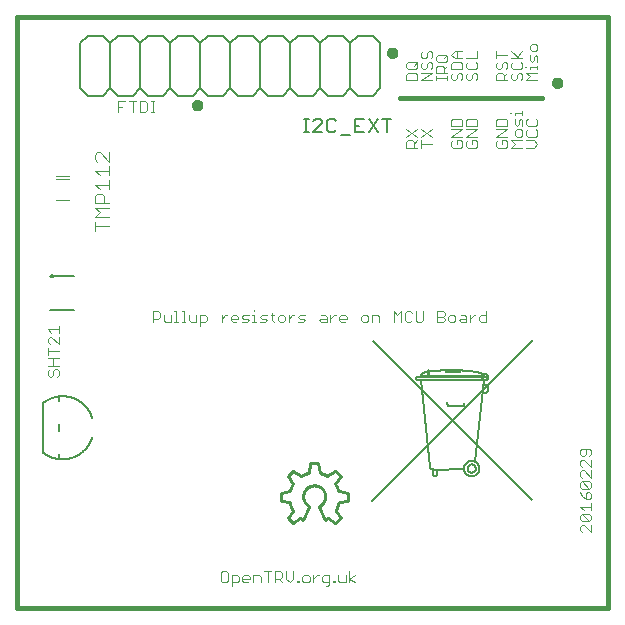
<source format=gto>
G75*
%MOIN*%
%OFA0B0*%
%FSLAX25Y25*%
%IPPOS*%
%LPD*%
%AMOC8*
5,1,8,0,0,1.08239X$1,22.5*
%
%ADD10C,0.00300*%
%ADD11C,0.01600*%
%ADD12C,0.00787*%
%ADD13C,0.01000*%
%ADD14C,0.00600*%
%ADD15C,0.00500*%
%ADD16C,0.00400*%
D10*
X0069590Y0010842D02*
X0070197Y0010236D01*
X0071410Y0010236D01*
X0072017Y0010842D01*
X0072017Y0013269D01*
X0071410Y0013876D01*
X0070197Y0013876D01*
X0069590Y0013269D01*
X0069590Y0010842D01*
X0073215Y0010236D02*
X0075035Y0010236D01*
X0075642Y0010842D01*
X0075642Y0012056D01*
X0075035Y0012662D01*
X0073215Y0012662D01*
X0073215Y0009022D01*
X0076840Y0010842D02*
X0076840Y0012056D01*
X0077447Y0012662D01*
X0078660Y0012662D01*
X0079267Y0012056D01*
X0079267Y0011449D01*
X0076840Y0011449D01*
X0076840Y0010842D02*
X0077447Y0010236D01*
X0078660Y0010236D01*
X0080465Y0010236D02*
X0080465Y0012662D01*
X0082286Y0012662D01*
X0082892Y0012056D01*
X0082892Y0010236D01*
X0085304Y0010236D02*
X0085304Y0013876D01*
X0084091Y0013876D02*
X0086517Y0013876D01*
X0087716Y0013876D02*
X0089536Y0013876D01*
X0090142Y0013269D01*
X0090142Y0012056D01*
X0089536Y0011449D01*
X0087716Y0011449D01*
X0088929Y0011449D02*
X0090142Y0010236D01*
X0091341Y0011449D02*
X0091341Y0013876D01*
X0093768Y0013876D02*
X0093768Y0011449D01*
X0092554Y0010236D01*
X0091341Y0011449D01*
X0094966Y0010842D02*
X0095573Y0010842D01*
X0095573Y0010236D01*
X0094966Y0010236D01*
X0094966Y0010842D01*
X0096779Y0010842D02*
X0096779Y0012056D01*
X0097385Y0012662D01*
X0098599Y0012662D01*
X0099205Y0012056D01*
X0099205Y0010842D01*
X0098599Y0010236D01*
X0097385Y0010236D01*
X0096779Y0010842D01*
X0100404Y0010236D02*
X0100404Y0012662D01*
X0101617Y0012662D02*
X0102224Y0012662D01*
X0101617Y0012662D02*
X0100404Y0011449D01*
X0103425Y0012056D02*
X0103425Y0010842D01*
X0104031Y0010236D01*
X0105851Y0010236D01*
X0105851Y0009629D02*
X0105851Y0012662D01*
X0104031Y0012662D01*
X0103425Y0012056D01*
X0104638Y0009022D02*
X0105245Y0009022D01*
X0105851Y0009629D01*
X0107050Y0010236D02*
X0107656Y0010236D01*
X0107656Y0010842D01*
X0107050Y0010842D01*
X0107050Y0010236D01*
X0108862Y0010842D02*
X0108862Y0012662D01*
X0108862Y0010842D02*
X0109469Y0010236D01*
X0111289Y0010236D01*
X0111289Y0012662D01*
X0112487Y0011449D02*
X0114308Y0012662D01*
X0112487Y0011449D02*
X0114308Y0010236D01*
X0112487Y0010236D02*
X0112487Y0013876D01*
X0087716Y0013876D02*
X0087716Y0010236D01*
X0015587Y0079431D02*
X0014980Y0078824D01*
X0015587Y0079431D02*
X0015587Y0080644D01*
X0014980Y0081251D01*
X0014374Y0081251D01*
X0013767Y0080644D01*
X0013767Y0079431D01*
X0013160Y0078824D01*
X0012554Y0078824D01*
X0011947Y0079431D01*
X0011947Y0080644D01*
X0012554Y0081251D01*
X0011947Y0082449D02*
X0015587Y0082449D01*
X0013767Y0082449D02*
X0013767Y0084876D01*
X0011947Y0084876D02*
X0015587Y0084876D01*
X0015587Y0087288D02*
X0011947Y0087288D01*
X0011947Y0086075D02*
X0011947Y0088501D01*
X0012554Y0089700D02*
X0011947Y0090306D01*
X0011947Y0091520D01*
X0012554Y0092126D01*
X0013160Y0092126D01*
X0015587Y0089700D01*
X0015587Y0092126D01*
X0015587Y0093325D02*
X0015587Y0095752D01*
X0015587Y0094538D02*
X0011947Y0094538D01*
X0013160Y0093325D01*
X0046950Y0096950D02*
X0046950Y0100590D01*
X0048770Y0100590D01*
X0049377Y0099983D01*
X0049377Y0098770D01*
X0048770Y0098163D01*
X0046950Y0098163D01*
X0050575Y0097557D02*
X0051182Y0096950D01*
X0053002Y0096950D01*
X0053002Y0099377D01*
X0054200Y0100590D02*
X0054807Y0100590D01*
X0054807Y0096950D01*
X0054200Y0096950D02*
X0055414Y0096950D01*
X0056617Y0096950D02*
X0057830Y0096950D01*
X0057224Y0096950D02*
X0057224Y0100590D01*
X0056617Y0100590D01*
X0059034Y0099377D02*
X0059034Y0097557D01*
X0059640Y0096950D01*
X0061461Y0096950D01*
X0061461Y0099377D01*
X0062659Y0099377D02*
X0064479Y0099377D01*
X0065086Y0098770D01*
X0065086Y0097557D01*
X0064479Y0096950D01*
X0062659Y0096950D01*
X0062659Y0095737D02*
X0062659Y0099377D01*
X0069909Y0099377D02*
X0069909Y0096950D01*
X0069909Y0098163D02*
X0071123Y0099377D01*
X0071729Y0099377D01*
X0072930Y0098770D02*
X0072930Y0097557D01*
X0073537Y0096950D01*
X0074750Y0096950D01*
X0075357Y0098163D02*
X0072930Y0098163D01*
X0072930Y0098770D02*
X0073537Y0099377D01*
X0074750Y0099377D01*
X0075357Y0098770D01*
X0075357Y0098163D01*
X0076555Y0098770D02*
X0077162Y0099377D01*
X0078982Y0099377D01*
X0080180Y0099377D02*
X0080787Y0099377D01*
X0080787Y0096950D01*
X0080180Y0096950D02*
X0081394Y0096950D01*
X0082597Y0096950D02*
X0084417Y0096950D01*
X0085024Y0097557D01*
X0084417Y0098163D01*
X0083204Y0098163D01*
X0082597Y0098770D01*
X0083204Y0099377D01*
X0085024Y0099377D01*
X0086222Y0099377D02*
X0087436Y0099377D01*
X0086829Y0099983D02*
X0086829Y0097557D01*
X0087436Y0096950D01*
X0088639Y0097557D02*
X0088639Y0098770D01*
X0089246Y0099377D01*
X0090459Y0099377D01*
X0091066Y0098770D01*
X0091066Y0097557D01*
X0090459Y0096950D01*
X0089246Y0096950D01*
X0088639Y0097557D01*
X0092264Y0098163D02*
X0093478Y0099377D01*
X0094084Y0099377D01*
X0095285Y0098770D02*
X0095892Y0098163D01*
X0097105Y0098163D01*
X0097712Y0097557D01*
X0097105Y0096950D01*
X0095285Y0096950D01*
X0095285Y0098770D02*
X0095892Y0099377D01*
X0097712Y0099377D01*
X0092264Y0099377D02*
X0092264Y0096950D01*
X0102535Y0097557D02*
X0103142Y0098163D01*
X0104962Y0098163D01*
X0104962Y0098770D02*
X0104962Y0096950D01*
X0103142Y0096950D01*
X0102535Y0097557D01*
X0103142Y0099377D02*
X0104355Y0099377D01*
X0104962Y0098770D01*
X0106161Y0098163D02*
X0107374Y0099377D01*
X0107981Y0099377D01*
X0109182Y0098770D02*
X0109182Y0097557D01*
X0109788Y0096950D01*
X0111002Y0096950D01*
X0111608Y0098163D02*
X0109182Y0098163D01*
X0109182Y0098770D02*
X0109788Y0099377D01*
X0111002Y0099377D01*
X0111608Y0098770D01*
X0111608Y0098163D01*
X0116432Y0097557D02*
X0117038Y0096950D01*
X0118252Y0096950D01*
X0118859Y0097557D01*
X0118859Y0098770D01*
X0118252Y0099377D01*
X0117038Y0099377D01*
X0116432Y0098770D01*
X0116432Y0097557D01*
X0120057Y0096950D02*
X0120057Y0099377D01*
X0121877Y0099377D01*
X0122484Y0098770D01*
X0122484Y0096950D01*
X0127307Y0096950D02*
X0127307Y0100590D01*
X0128521Y0099377D01*
X0129734Y0100590D01*
X0129734Y0096950D01*
X0130932Y0097557D02*
X0130932Y0099983D01*
X0131539Y0100590D01*
X0132752Y0100590D01*
X0133359Y0099983D01*
X0134557Y0100590D02*
X0134557Y0097557D01*
X0135164Y0096950D01*
X0136378Y0096950D01*
X0136984Y0097557D01*
X0136984Y0100590D01*
X0133359Y0097557D02*
X0132752Y0096950D01*
X0131539Y0096950D01*
X0130932Y0097557D01*
X0141808Y0096950D02*
X0143628Y0096950D01*
X0144234Y0097557D01*
X0144234Y0098163D01*
X0143628Y0098770D01*
X0141808Y0098770D01*
X0143628Y0098770D02*
X0144234Y0099377D01*
X0144234Y0099983D01*
X0143628Y0100590D01*
X0141808Y0100590D01*
X0141808Y0096950D01*
X0145433Y0097557D02*
X0146040Y0096950D01*
X0147253Y0096950D01*
X0147860Y0097557D01*
X0147860Y0098770D01*
X0147253Y0099377D01*
X0146040Y0099377D01*
X0145433Y0098770D01*
X0145433Y0097557D01*
X0149058Y0097557D02*
X0149665Y0098163D01*
X0151485Y0098163D01*
X0151485Y0098770D02*
X0151485Y0096950D01*
X0149665Y0096950D01*
X0149058Y0097557D01*
X0149665Y0099377D02*
X0150878Y0099377D01*
X0151485Y0098770D01*
X0152683Y0098163D02*
X0153896Y0099377D01*
X0154503Y0099377D01*
X0155704Y0098770D02*
X0156311Y0099377D01*
X0158131Y0099377D01*
X0158131Y0100590D02*
X0158131Y0096950D01*
X0156311Y0096950D01*
X0155704Y0097557D01*
X0155704Y0098770D01*
X0152683Y0099377D02*
X0152683Y0096950D01*
X0190039Y0054811D02*
X0189432Y0054204D01*
X0189432Y0052991D01*
X0190039Y0052384D01*
X0190645Y0052384D01*
X0191252Y0052991D01*
X0191252Y0054811D01*
X0192465Y0054811D02*
X0190039Y0054811D01*
X0192465Y0054811D02*
X0193072Y0054204D01*
X0193072Y0052991D01*
X0192465Y0052384D01*
X0193072Y0051186D02*
X0193072Y0048759D01*
X0190645Y0051186D01*
X0190039Y0051186D01*
X0189432Y0050579D01*
X0189432Y0049366D01*
X0190039Y0048759D01*
X0190039Y0047560D02*
X0189432Y0046954D01*
X0189432Y0045740D01*
X0190039Y0045134D01*
X0190039Y0043935D02*
X0192465Y0041509D01*
X0193072Y0042115D01*
X0193072Y0043329D01*
X0192465Y0043935D01*
X0190039Y0043935D01*
X0189432Y0043329D01*
X0189432Y0042115D01*
X0190039Y0041509D01*
X0192465Y0041509D01*
X0192465Y0040310D02*
X0191859Y0040310D01*
X0191252Y0039703D01*
X0191252Y0037883D01*
X0192465Y0037883D01*
X0193072Y0038490D01*
X0193072Y0039703D01*
X0192465Y0040310D01*
X0190039Y0039097D02*
X0191252Y0037883D01*
X0190039Y0039097D02*
X0189432Y0040310D01*
X0193072Y0036685D02*
X0193072Y0034258D01*
X0193072Y0035472D02*
X0189432Y0035472D01*
X0190645Y0034258D01*
X0190039Y0033060D02*
X0192465Y0030633D01*
X0193072Y0031240D01*
X0193072Y0032453D01*
X0192465Y0033060D01*
X0190039Y0033060D01*
X0189432Y0032453D01*
X0189432Y0031240D01*
X0190039Y0030633D01*
X0192465Y0030633D01*
X0193072Y0029435D02*
X0193072Y0027008D01*
X0190645Y0029435D01*
X0190039Y0029435D01*
X0189432Y0028828D01*
X0189432Y0027615D01*
X0190039Y0027008D01*
X0193072Y0045134D02*
X0190645Y0047560D01*
X0190039Y0047560D01*
X0193072Y0047560D02*
X0193072Y0045134D01*
X0106161Y0096950D02*
X0106161Y0099377D01*
X0080787Y0100590D02*
X0080787Y0101197D01*
X0078375Y0098163D02*
X0077162Y0098163D01*
X0076555Y0098770D01*
X0076555Y0096950D02*
X0078375Y0096950D01*
X0078982Y0097557D01*
X0078375Y0098163D01*
X0050575Y0097557D02*
X0050575Y0099377D01*
X0047480Y0166935D02*
X0046266Y0166935D01*
X0046873Y0166935D02*
X0046873Y0170575D01*
X0046266Y0170575D02*
X0047480Y0170575D01*
X0045068Y0169969D02*
X0044461Y0170575D01*
X0042641Y0170575D01*
X0042641Y0166935D01*
X0044461Y0166935D01*
X0045068Y0167542D01*
X0045068Y0169969D01*
X0041443Y0170575D02*
X0039016Y0170575D01*
X0037818Y0170575D02*
X0035391Y0170575D01*
X0035391Y0166935D01*
X0035391Y0168755D02*
X0036604Y0168755D01*
X0040229Y0166935D02*
X0040229Y0170575D01*
X0131514Y0177659D02*
X0131514Y0179479D01*
X0132121Y0180085D01*
X0134547Y0180085D01*
X0135154Y0179479D01*
X0135154Y0177659D01*
X0131514Y0177659D01*
X0132121Y0181284D02*
X0131514Y0181890D01*
X0131514Y0183104D01*
X0132121Y0183711D01*
X0134547Y0183711D01*
X0135154Y0183104D01*
X0135154Y0181890D01*
X0134547Y0181284D01*
X0132121Y0181284D01*
X0133941Y0182497D02*
X0135154Y0183711D01*
X0136514Y0183104D02*
X0136514Y0181890D01*
X0137121Y0181284D01*
X0137727Y0181284D01*
X0138334Y0181890D01*
X0138334Y0183104D01*
X0138941Y0183711D01*
X0139547Y0183711D01*
X0140154Y0183104D01*
X0140154Y0181890D01*
X0139547Y0181284D01*
X0140154Y0180085D02*
X0136514Y0180085D01*
X0136514Y0177659D02*
X0140154Y0180085D01*
X0141514Y0180075D02*
X0141514Y0181895D01*
X0142121Y0182502D01*
X0143334Y0182502D01*
X0143941Y0181895D01*
X0143941Y0180075D01*
X0145154Y0180075D02*
X0141514Y0180075D01*
X0141514Y0178872D02*
X0141514Y0177659D01*
X0141514Y0178265D02*
X0145154Y0178265D01*
X0145154Y0177659D02*
X0145154Y0178872D01*
X0146514Y0178265D02*
X0147121Y0177659D01*
X0147727Y0177659D01*
X0148334Y0178265D01*
X0148334Y0179479D01*
X0148941Y0180085D01*
X0149547Y0180085D01*
X0150154Y0179479D01*
X0150154Y0178265D01*
X0149547Y0177659D01*
X0151514Y0178265D02*
X0151514Y0179479D01*
X0152121Y0180085D01*
X0152121Y0181284D02*
X0154547Y0181284D01*
X0155154Y0181890D01*
X0155154Y0183104D01*
X0154547Y0183711D01*
X0155154Y0184909D02*
X0155154Y0187336D01*
X0155154Y0184909D02*
X0151514Y0184909D01*
X0152121Y0183711D02*
X0151514Y0183104D01*
X0151514Y0181890D01*
X0152121Y0181284D01*
X0150154Y0181284D02*
X0150154Y0183104D01*
X0149547Y0183711D01*
X0147121Y0183711D01*
X0146514Y0183104D01*
X0146514Y0181284D01*
X0150154Y0181284D01*
X0147121Y0180085D02*
X0146514Y0179479D01*
X0146514Y0178265D01*
X0143941Y0181289D02*
X0145154Y0182502D01*
X0144547Y0183701D02*
X0145154Y0184307D01*
X0145154Y0185521D01*
X0144547Y0186127D01*
X0142121Y0186127D01*
X0141514Y0185521D01*
X0141514Y0184307D01*
X0142121Y0183701D01*
X0144547Y0183701D01*
X0143941Y0184914D02*
X0145154Y0186127D01*
X0146514Y0186122D02*
X0147727Y0187336D01*
X0150154Y0187336D01*
X0148334Y0187336D02*
X0148334Y0184909D01*
X0147727Y0184909D02*
X0150154Y0184909D01*
X0147727Y0184909D02*
X0146514Y0186122D01*
X0153334Y0179479D02*
X0153941Y0180085D01*
X0154547Y0180085D01*
X0155154Y0179479D01*
X0155154Y0178265D01*
X0154547Y0177659D01*
X0153334Y0178265D02*
X0153334Y0179479D01*
X0153334Y0178265D02*
X0152727Y0177659D01*
X0152121Y0177659D01*
X0151514Y0178265D01*
X0161514Y0177659D02*
X0161514Y0179479D01*
X0162121Y0180085D01*
X0163334Y0180085D01*
X0163941Y0179479D01*
X0163941Y0177659D01*
X0165154Y0177659D02*
X0161514Y0177659D01*
X0163941Y0178872D02*
X0165154Y0180085D01*
X0164547Y0181284D02*
X0165154Y0181890D01*
X0165154Y0183104D01*
X0164547Y0183711D01*
X0163941Y0183711D01*
X0163334Y0183104D01*
X0163334Y0181890D01*
X0162727Y0181284D01*
X0162121Y0181284D01*
X0161514Y0181890D01*
X0161514Y0183104D01*
X0162121Y0183711D01*
X0161514Y0184909D02*
X0161514Y0187336D01*
X0161514Y0186122D02*
X0165154Y0186122D01*
X0166514Y0184909D02*
X0170154Y0184909D01*
X0168941Y0184909D02*
X0166514Y0187336D01*
X0168334Y0185516D02*
X0170154Y0187336D01*
X0172727Y0187932D02*
X0173334Y0187326D01*
X0174547Y0187326D01*
X0175154Y0187932D01*
X0175154Y0189146D01*
X0174547Y0189752D01*
X0173334Y0189752D01*
X0172727Y0189146D01*
X0172727Y0187932D01*
X0172727Y0186127D02*
X0172727Y0184307D01*
X0173334Y0183701D01*
X0173941Y0184307D01*
X0173941Y0185521D01*
X0174547Y0186127D01*
X0175154Y0185521D01*
X0175154Y0183701D01*
X0175154Y0182497D02*
X0175154Y0181284D01*
X0175154Y0181890D02*
X0172727Y0181890D01*
X0172727Y0181284D01*
X0171514Y0181890D02*
X0170907Y0181890D01*
X0170154Y0181890D02*
X0170154Y0183104D01*
X0169547Y0183711D01*
X0170154Y0181890D02*
X0169547Y0181284D01*
X0167121Y0181284D01*
X0166514Y0181890D01*
X0166514Y0183104D01*
X0167121Y0183711D01*
X0167121Y0180085D02*
X0166514Y0179479D01*
X0166514Y0178265D01*
X0167121Y0177659D01*
X0167727Y0177659D01*
X0168334Y0178265D01*
X0168334Y0179479D01*
X0168941Y0180085D01*
X0169547Y0180085D01*
X0170154Y0179479D01*
X0170154Y0178265D01*
X0169547Y0177659D01*
X0171514Y0177659D02*
X0172727Y0178872D01*
X0171514Y0180085D01*
X0175154Y0180085D01*
X0175154Y0177659D02*
X0171514Y0177659D01*
X0170154Y0167247D02*
X0170154Y0166034D01*
X0170154Y0166641D02*
X0167727Y0166641D01*
X0167727Y0166034D01*
X0167727Y0164836D02*
X0167727Y0163016D01*
X0168334Y0162409D01*
X0168941Y0163016D01*
X0168941Y0164229D01*
X0169547Y0164836D01*
X0170154Y0164229D01*
X0170154Y0162409D01*
X0169547Y0161211D02*
X0168334Y0161211D01*
X0167727Y0160604D01*
X0167727Y0159390D01*
X0168334Y0158784D01*
X0169547Y0158784D01*
X0170154Y0159390D01*
X0170154Y0160604D01*
X0169547Y0161211D01*
X0171514Y0160604D02*
X0171514Y0159390D01*
X0172121Y0158784D01*
X0174547Y0158784D01*
X0175154Y0159390D01*
X0175154Y0160604D01*
X0174547Y0161211D01*
X0174547Y0162409D02*
X0175154Y0163016D01*
X0175154Y0164229D01*
X0174547Y0164836D01*
X0174547Y0162409D02*
X0172121Y0162409D01*
X0171514Y0163016D01*
X0171514Y0164229D01*
X0172121Y0164836D01*
X0172121Y0161211D02*
X0171514Y0160604D01*
X0171514Y0157585D02*
X0173941Y0157585D01*
X0175154Y0156372D01*
X0173941Y0155159D01*
X0171514Y0155159D01*
X0170154Y0155159D02*
X0166514Y0155159D01*
X0167727Y0156372D01*
X0166514Y0157585D01*
X0170154Y0157585D01*
X0165154Y0156979D02*
X0165154Y0155765D01*
X0164547Y0155159D01*
X0162121Y0155159D01*
X0161514Y0155765D01*
X0161514Y0156979D01*
X0162121Y0157585D01*
X0163334Y0157585D02*
X0163334Y0156372D01*
X0163334Y0157585D02*
X0164547Y0157585D01*
X0165154Y0156979D01*
X0165154Y0158784D02*
X0161514Y0158784D01*
X0165154Y0161211D01*
X0161514Y0161211D01*
X0161514Y0162409D02*
X0161514Y0164229D01*
X0162121Y0164836D01*
X0164547Y0164836D01*
X0165154Y0164229D01*
X0165154Y0162409D01*
X0161514Y0162409D01*
X0165907Y0166641D02*
X0166514Y0166641D01*
X0155154Y0164229D02*
X0154547Y0164836D01*
X0152121Y0164836D01*
X0151514Y0164229D01*
X0151514Y0162409D01*
X0155154Y0162409D01*
X0155154Y0164229D01*
X0155154Y0161211D02*
X0151514Y0161211D01*
X0150154Y0161211D02*
X0146514Y0161211D01*
X0146514Y0162409D02*
X0146514Y0164229D01*
X0147121Y0164836D01*
X0149547Y0164836D01*
X0150154Y0164229D01*
X0150154Y0162409D01*
X0146514Y0162409D01*
X0146514Y0158784D02*
X0150154Y0161211D01*
X0150154Y0158784D02*
X0146514Y0158784D01*
X0147121Y0157585D02*
X0146514Y0156979D01*
X0146514Y0155765D01*
X0147121Y0155159D01*
X0149547Y0155159D01*
X0150154Y0155765D01*
X0150154Y0156979D01*
X0149547Y0157585D01*
X0148334Y0157585D01*
X0148334Y0156372D01*
X0151514Y0155765D02*
X0152121Y0155159D01*
X0154547Y0155159D01*
X0155154Y0155765D01*
X0155154Y0156979D01*
X0154547Y0157585D01*
X0153334Y0157585D01*
X0153334Y0156372D01*
X0152121Y0157585D02*
X0151514Y0156979D01*
X0151514Y0155765D01*
X0151514Y0158784D02*
X0155154Y0161211D01*
X0155154Y0158784D02*
X0151514Y0158784D01*
X0140154Y0158784D02*
X0136514Y0161211D01*
X0135154Y0161211D02*
X0131514Y0158784D01*
X0132121Y0157585D02*
X0133334Y0157585D01*
X0133941Y0156979D01*
X0133941Y0155159D01*
X0135154Y0155159D02*
X0131514Y0155159D01*
X0131514Y0156979D01*
X0132121Y0157585D01*
X0133941Y0156372D02*
X0135154Y0157585D01*
X0135154Y0158784D02*
X0131514Y0161211D01*
X0136514Y0158784D02*
X0140154Y0161211D01*
X0140154Y0156372D02*
X0136514Y0156372D01*
X0136514Y0155159D02*
X0136514Y0157585D01*
X0136514Y0177659D02*
X0140154Y0177659D01*
X0136514Y0183104D02*
X0137121Y0183711D01*
X0137121Y0184909D02*
X0137727Y0184909D01*
X0138334Y0185516D01*
X0138334Y0186729D01*
X0138941Y0187336D01*
X0139547Y0187336D01*
X0140154Y0186729D01*
X0140154Y0185516D01*
X0139547Y0184909D01*
X0137121Y0184909D02*
X0136514Y0185516D01*
X0136514Y0186729D01*
X0137121Y0187336D01*
D11*
X0198650Y0001800D02*
X0001800Y0001800D01*
X0001800Y0198650D01*
X0198650Y0198650D01*
X0198650Y0001800D01*
X0060816Y0169300D02*
X0060818Y0169362D01*
X0060824Y0169425D01*
X0060834Y0169486D01*
X0060848Y0169547D01*
X0060865Y0169607D01*
X0060886Y0169666D01*
X0060912Y0169723D01*
X0060940Y0169778D01*
X0060972Y0169832D01*
X0061008Y0169883D01*
X0061046Y0169933D01*
X0061088Y0169979D01*
X0061132Y0170023D01*
X0061180Y0170064D01*
X0061229Y0170102D01*
X0061281Y0170136D01*
X0061335Y0170167D01*
X0061391Y0170195D01*
X0061449Y0170219D01*
X0061508Y0170240D01*
X0061568Y0170256D01*
X0061629Y0170269D01*
X0061691Y0170278D01*
X0061753Y0170283D01*
X0061816Y0170284D01*
X0061878Y0170281D01*
X0061940Y0170274D01*
X0062002Y0170263D01*
X0062062Y0170248D01*
X0062122Y0170230D01*
X0062180Y0170208D01*
X0062237Y0170182D01*
X0062292Y0170152D01*
X0062345Y0170119D01*
X0062396Y0170083D01*
X0062444Y0170044D01*
X0062490Y0170001D01*
X0062533Y0169956D01*
X0062573Y0169908D01*
X0062610Y0169858D01*
X0062644Y0169805D01*
X0062675Y0169751D01*
X0062701Y0169695D01*
X0062725Y0169637D01*
X0062744Y0169577D01*
X0062760Y0169517D01*
X0062772Y0169455D01*
X0062780Y0169394D01*
X0062784Y0169331D01*
X0062784Y0169269D01*
X0062780Y0169206D01*
X0062772Y0169145D01*
X0062760Y0169083D01*
X0062744Y0169023D01*
X0062725Y0168963D01*
X0062701Y0168905D01*
X0062675Y0168849D01*
X0062644Y0168795D01*
X0062610Y0168742D01*
X0062573Y0168692D01*
X0062533Y0168644D01*
X0062490Y0168599D01*
X0062444Y0168556D01*
X0062396Y0168517D01*
X0062345Y0168481D01*
X0062292Y0168448D01*
X0062237Y0168418D01*
X0062180Y0168392D01*
X0062122Y0168370D01*
X0062062Y0168352D01*
X0062002Y0168337D01*
X0061940Y0168326D01*
X0061878Y0168319D01*
X0061816Y0168316D01*
X0061753Y0168317D01*
X0061691Y0168322D01*
X0061629Y0168331D01*
X0061568Y0168344D01*
X0061508Y0168360D01*
X0061449Y0168381D01*
X0061391Y0168405D01*
X0061335Y0168433D01*
X0061281Y0168464D01*
X0061229Y0168498D01*
X0061180Y0168536D01*
X0061132Y0168577D01*
X0061088Y0168621D01*
X0061046Y0168667D01*
X0061008Y0168717D01*
X0060972Y0168768D01*
X0060940Y0168822D01*
X0060912Y0168877D01*
X0060886Y0168934D01*
X0060865Y0168993D01*
X0060848Y0169053D01*
X0060834Y0169114D01*
X0060824Y0169175D01*
X0060818Y0169238D01*
X0060816Y0169300D01*
X0125816Y0186800D02*
X0125818Y0186862D01*
X0125824Y0186925D01*
X0125834Y0186986D01*
X0125848Y0187047D01*
X0125865Y0187107D01*
X0125886Y0187166D01*
X0125912Y0187223D01*
X0125940Y0187278D01*
X0125972Y0187332D01*
X0126008Y0187383D01*
X0126046Y0187433D01*
X0126088Y0187479D01*
X0126132Y0187523D01*
X0126180Y0187564D01*
X0126229Y0187602D01*
X0126281Y0187636D01*
X0126335Y0187667D01*
X0126391Y0187695D01*
X0126449Y0187719D01*
X0126508Y0187740D01*
X0126568Y0187756D01*
X0126629Y0187769D01*
X0126691Y0187778D01*
X0126753Y0187783D01*
X0126816Y0187784D01*
X0126878Y0187781D01*
X0126940Y0187774D01*
X0127002Y0187763D01*
X0127062Y0187748D01*
X0127122Y0187730D01*
X0127180Y0187708D01*
X0127237Y0187682D01*
X0127292Y0187652D01*
X0127345Y0187619D01*
X0127396Y0187583D01*
X0127444Y0187544D01*
X0127490Y0187501D01*
X0127533Y0187456D01*
X0127573Y0187408D01*
X0127610Y0187358D01*
X0127644Y0187305D01*
X0127675Y0187251D01*
X0127701Y0187195D01*
X0127725Y0187137D01*
X0127744Y0187077D01*
X0127760Y0187017D01*
X0127772Y0186955D01*
X0127780Y0186894D01*
X0127784Y0186831D01*
X0127784Y0186769D01*
X0127780Y0186706D01*
X0127772Y0186645D01*
X0127760Y0186583D01*
X0127744Y0186523D01*
X0127725Y0186463D01*
X0127701Y0186405D01*
X0127675Y0186349D01*
X0127644Y0186295D01*
X0127610Y0186242D01*
X0127573Y0186192D01*
X0127533Y0186144D01*
X0127490Y0186099D01*
X0127444Y0186056D01*
X0127396Y0186017D01*
X0127345Y0185981D01*
X0127292Y0185948D01*
X0127237Y0185918D01*
X0127180Y0185892D01*
X0127122Y0185870D01*
X0127062Y0185852D01*
X0127002Y0185837D01*
X0126940Y0185826D01*
X0126878Y0185819D01*
X0126816Y0185816D01*
X0126753Y0185817D01*
X0126691Y0185822D01*
X0126629Y0185831D01*
X0126568Y0185844D01*
X0126508Y0185860D01*
X0126449Y0185881D01*
X0126391Y0185905D01*
X0126335Y0185933D01*
X0126281Y0185964D01*
X0126229Y0185998D01*
X0126180Y0186036D01*
X0126132Y0186077D01*
X0126088Y0186121D01*
X0126046Y0186167D01*
X0126008Y0186217D01*
X0125972Y0186268D01*
X0125940Y0186322D01*
X0125912Y0186377D01*
X0125886Y0186434D01*
X0125865Y0186493D01*
X0125848Y0186553D01*
X0125834Y0186614D01*
X0125824Y0186675D01*
X0125818Y0186738D01*
X0125816Y0186800D01*
X0129300Y0171800D02*
X0176800Y0171800D01*
X0180816Y0176800D02*
X0180818Y0176862D01*
X0180824Y0176925D01*
X0180834Y0176986D01*
X0180848Y0177047D01*
X0180865Y0177107D01*
X0180886Y0177166D01*
X0180912Y0177223D01*
X0180940Y0177278D01*
X0180972Y0177332D01*
X0181008Y0177383D01*
X0181046Y0177433D01*
X0181088Y0177479D01*
X0181132Y0177523D01*
X0181180Y0177564D01*
X0181229Y0177602D01*
X0181281Y0177636D01*
X0181335Y0177667D01*
X0181391Y0177695D01*
X0181449Y0177719D01*
X0181508Y0177740D01*
X0181568Y0177756D01*
X0181629Y0177769D01*
X0181691Y0177778D01*
X0181753Y0177783D01*
X0181816Y0177784D01*
X0181878Y0177781D01*
X0181940Y0177774D01*
X0182002Y0177763D01*
X0182062Y0177748D01*
X0182122Y0177730D01*
X0182180Y0177708D01*
X0182237Y0177682D01*
X0182292Y0177652D01*
X0182345Y0177619D01*
X0182396Y0177583D01*
X0182444Y0177544D01*
X0182490Y0177501D01*
X0182533Y0177456D01*
X0182573Y0177408D01*
X0182610Y0177358D01*
X0182644Y0177305D01*
X0182675Y0177251D01*
X0182701Y0177195D01*
X0182725Y0177137D01*
X0182744Y0177077D01*
X0182760Y0177017D01*
X0182772Y0176955D01*
X0182780Y0176894D01*
X0182784Y0176831D01*
X0182784Y0176769D01*
X0182780Y0176706D01*
X0182772Y0176645D01*
X0182760Y0176583D01*
X0182744Y0176523D01*
X0182725Y0176463D01*
X0182701Y0176405D01*
X0182675Y0176349D01*
X0182644Y0176295D01*
X0182610Y0176242D01*
X0182573Y0176192D01*
X0182533Y0176144D01*
X0182490Y0176099D01*
X0182444Y0176056D01*
X0182396Y0176017D01*
X0182345Y0175981D01*
X0182292Y0175948D01*
X0182237Y0175918D01*
X0182180Y0175892D01*
X0182122Y0175870D01*
X0182062Y0175852D01*
X0182002Y0175837D01*
X0181940Y0175826D01*
X0181878Y0175819D01*
X0181816Y0175816D01*
X0181753Y0175817D01*
X0181691Y0175822D01*
X0181629Y0175831D01*
X0181568Y0175844D01*
X0181508Y0175860D01*
X0181449Y0175881D01*
X0181391Y0175905D01*
X0181335Y0175933D01*
X0181281Y0175964D01*
X0181229Y0175998D01*
X0181180Y0176036D01*
X0181132Y0176077D01*
X0181088Y0176121D01*
X0181046Y0176167D01*
X0181008Y0176217D01*
X0180972Y0176268D01*
X0180940Y0176322D01*
X0180912Y0176377D01*
X0180886Y0176434D01*
X0180865Y0176493D01*
X0180848Y0176553D01*
X0180834Y0176614D01*
X0180824Y0176675D01*
X0180818Y0176738D01*
X0180816Y0176800D01*
D12*
X0173631Y0091041D02*
X0120087Y0037497D01*
X0140067Y0047930D02*
X0140187Y0047917D01*
X0140305Y0047900D01*
X0140423Y0047881D01*
X0140541Y0047858D01*
X0140658Y0047832D01*
X0150599Y0047930D01*
X0151879Y0048226D02*
X0151881Y0048300D01*
X0151887Y0048374D01*
X0151897Y0048447D01*
X0151911Y0048520D01*
X0151928Y0048592D01*
X0151950Y0048662D01*
X0151975Y0048732D01*
X0152004Y0048800D01*
X0152037Y0048866D01*
X0152073Y0048931D01*
X0152113Y0048993D01*
X0152155Y0049054D01*
X0152201Y0049112D01*
X0152250Y0049167D01*
X0152302Y0049220D01*
X0152357Y0049270D01*
X0152414Y0049316D01*
X0152474Y0049360D01*
X0152536Y0049400D01*
X0152600Y0049437D01*
X0152666Y0049471D01*
X0152734Y0049501D01*
X0152803Y0049527D01*
X0152874Y0049550D01*
X0152945Y0049568D01*
X0153018Y0049583D01*
X0153091Y0049594D01*
X0153165Y0049601D01*
X0153239Y0049604D01*
X0153312Y0049603D01*
X0153386Y0049598D01*
X0153460Y0049589D01*
X0153533Y0049576D01*
X0153605Y0049559D01*
X0153676Y0049539D01*
X0153746Y0049514D01*
X0153814Y0049486D01*
X0153881Y0049455D01*
X0153946Y0049419D01*
X0154009Y0049381D01*
X0154070Y0049339D01*
X0154129Y0049293D01*
X0154185Y0049245D01*
X0154238Y0049194D01*
X0154288Y0049140D01*
X0154336Y0049083D01*
X0154380Y0049024D01*
X0154422Y0048962D01*
X0154460Y0048899D01*
X0154494Y0048833D01*
X0154525Y0048766D01*
X0154552Y0048697D01*
X0154575Y0048627D01*
X0154595Y0048556D01*
X0154611Y0048483D01*
X0154623Y0048410D01*
X0154631Y0048337D01*
X0154635Y0048263D01*
X0154635Y0048189D01*
X0154631Y0048115D01*
X0154623Y0048042D01*
X0154611Y0047969D01*
X0154595Y0047896D01*
X0154575Y0047825D01*
X0154552Y0047755D01*
X0154525Y0047686D01*
X0154494Y0047619D01*
X0154460Y0047553D01*
X0154422Y0047490D01*
X0154380Y0047428D01*
X0154336Y0047369D01*
X0154288Y0047312D01*
X0154238Y0047258D01*
X0154185Y0047207D01*
X0154129Y0047159D01*
X0154070Y0047113D01*
X0154009Y0047071D01*
X0153946Y0047033D01*
X0153881Y0046997D01*
X0153814Y0046966D01*
X0153746Y0046938D01*
X0153676Y0046913D01*
X0153605Y0046893D01*
X0153533Y0046876D01*
X0153460Y0046863D01*
X0153386Y0046854D01*
X0153312Y0046849D01*
X0153239Y0046848D01*
X0153165Y0046851D01*
X0153091Y0046858D01*
X0153018Y0046869D01*
X0152945Y0046884D01*
X0152874Y0046902D01*
X0152803Y0046925D01*
X0152734Y0046951D01*
X0152666Y0046981D01*
X0152600Y0047015D01*
X0152536Y0047052D01*
X0152474Y0047092D01*
X0152414Y0047136D01*
X0152357Y0047182D01*
X0152302Y0047232D01*
X0152250Y0047285D01*
X0152201Y0047340D01*
X0152155Y0047398D01*
X0152113Y0047459D01*
X0152073Y0047521D01*
X0152037Y0047586D01*
X0152004Y0047652D01*
X0151975Y0047720D01*
X0151950Y0047790D01*
X0151928Y0047860D01*
X0151911Y0047932D01*
X0151897Y0048005D01*
X0151887Y0048078D01*
X0151881Y0048152D01*
X0151879Y0048226D01*
X0150698Y0048226D02*
X0150700Y0048327D01*
X0150706Y0048428D01*
X0150716Y0048529D01*
X0150730Y0048629D01*
X0150748Y0048728D01*
X0150770Y0048827D01*
X0150795Y0048925D01*
X0150825Y0049022D01*
X0150858Y0049117D01*
X0150895Y0049211D01*
X0150936Y0049304D01*
X0150980Y0049395D01*
X0151028Y0049484D01*
X0151080Y0049571D01*
X0151135Y0049656D01*
X0151193Y0049738D01*
X0151254Y0049819D01*
X0151319Y0049897D01*
X0151386Y0049972D01*
X0151456Y0050044D01*
X0151530Y0050114D01*
X0151606Y0050181D01*
X0151684Y0050245D01*
X0151765Y0050305D01*
X0151848Y0050362D01*
X0151934Y0050416D01*
X0152022Y0050467D01*
X0152111Y0050514D01*
X0152202Y0050558D01*
X0152295Y0050597D01*
X0152390Y0050634D01*
X0152485Y0050666D01*
X0152582Y0050695D01*
X0152681Y0050719D01*
X0152779Y0050740D01*
X0152879Y0050757D01*
X0152979Y0050770D01*
X0153080Y0050779D01*
X0153181Y0050784D01*
X0153282Y0050785D01*
X0153383Y0050782D01*
X0153484Y0050775D01*
X0153585Y0050764D01*
X0153685Y0050749D01*
X0153784Y0050730D01*
X0153883Y0050707D01*
X0153980Y0050681D01*
X0154077Y0050650D01*
X0154172Y0050616D01*
X0154265Y0050578D01*
X0154358Y0050536D01*
X0154448Y0050491D01*
X0154537Y0050442D01*
X0154623Y0050390D01*
X0154707Y0050334D01*
X0154790Y0050275D01*
X0154869Y0050213D01*
X0154947Y0050148D01*
X0155021Y0050080D01*
X0155093Y0050008D01*
X0155162Y0049935D01*
X0155228Y0049858D01*
X0155291Y0049779D01*
X0155351Y0049697D01*
X0155407Y0049613D01*
X0155460Y0049527D01*
X0155510Y0049439D01*
X0155556Y0049349D01*
X0155599Y0049258D01*
X0155638Y0049164D01*
X0155673Y0049069D01*
X0155704Y0048973D01*
X0155732Y0048876D01*
X0155756Y0048778D01*
X0155776Y0048679D01*
X0155792Y0048579D01*
X0155804Y0048478D01*
X0155812Y0048378D01*
X0155816Y0048277D01*
X0155816Y0048175D01*
X0155812Y0048074D01*
X0155804Y0047974D01*
X0155792Y0047873D01*
X0155776Y0047773D01*
X0155756Y0047674D01*
X0155732Y0047576D01*
X0155704Y0047479D01*
X0155673Y0047383D01*
X0155638Y0047288D01*
X0155599Y0047194D01*
X0155556Y0047103D01*
X0155510Y0047013D01*
X0155460Y0046925D01*
X0155407Y0046839D01*
X0155351Y0046755D01*
X0155291Y0046673D01*
X0155228Y0046594D01*
X0155162Y0046517D01*
X0155093Y0046444D01*
X0155021Y0046372D01*
X0154947Y0046304D01*
X0154869Y0046239D01*
X0154790Y0046177D01*
X0154707Y0046118D01*
X0154623Y0046062D01*
X0154536Y0046010D01*
X0154448Y0045961D01*
X0154358Y0045916D01*
X0154265Y0045874D01*
X0154172Y0045836D01*
X0154077Y0045802D01*
X0153980Y0045771D01*
X0153883Y0045745D01*
X0153784Y0045722D01*
X0153685Y0045703D01*
X0153585Y0045688D01*
X0153484Y0045677D01*
X0153383Y0045670D01*
X0153282Y0045667D01*
X0153181Y0045668D01*
X0153080Y0045673D01*
X0152979Y0045682D01*
X0152879Y0045695D01*
X0152779Y0045712D01*
X0152681Y0045733D01*
X0152582Y0045757D01*
X0152485Y0045786D01*
X0152390Y0045818D01*
X0152295Y0045855D01*
X0152202Y0045894D01*
X0152111Y0045938D01*
X0152022Y0045985D01*
X0151934Y0046036D01*
X0151848Y0046090D01*
X0151765Y0046147D01*
X0151684Y0046207D01*
X0151606Y0046271D01*
X0151530Y0046338D01*
X0151456Y0046408D01*
X0151386Y0046480D01*
X0151319Y0046555D01*
X0151254Y0046633D01*
X0151193Y0046714D01*
X0151135Y0046796D01*
X0151080Y0046881D01*
X0151028Y0046968D01*
X0150980Y0047057D01*
X0150936Y0047148D01*
X0150895Y0047241D01*
X0150858Y0047335D01*
X0150825Y0047430D01*
X0150795Y0047527D01*
X0150770Y0047625D01*
X0150748Y0047724D01*
X0150730Y0047823D01*
X0150716Y0047923D01*
X0150706Y0048024D01*
X0150700Y0048125D01*
X0150698Y0048226D01*
X0154536Y0050489D02*
X0157292Y0077655D01*
X0157883Y0077753D02*
X0153158Y0077753D01*
X0145087Y0077753D01*
X0136623Y0077753D01*
X0135048Y0077753D01*
X0135022Y0077755D01*
X0134997Y0077760D01*
X0134973Y0077768D01*
X0134950Y0077779D01*
X0134928Y0077794D01*
X0134909Y0077811D01*
X0134892Y0077830D01*
X0134877Y0077852D01*
X0134866Y0077875D01*
X0134858Y0077899D01*
X0134853Y0077924D01*
X0134851Y0077950D01*
X0134851Y0078245D01*
X0134851Y0078442D01*
X0134853Y0078475D01*
X0134858Y0078508D01*
X0134868Y0078539D01*
X0134880Y0078570D01*
X0134896Y0078599D01*
X0134915Y0078626D01*
X0134937Y0078651D01*
X0134962Y0078673D01*
X0134989Y0078692D01*
X0135018Y0078708D01*
X0135049Y0078720D01*
X0135080Y0078730D01*
X0135113Y0078735D01*
X0135146Y0078737D01*
X0135245Y0078737D01*
X0135343Y0078737D01*
X0158769Y0078737D01*
X0158769Y0078639D01*
X0158767Y0078581D01*
X0158761Y0078523D01*
X0158752Y0078466D01*
X0158739Y0078410D01*
X0158722Y0078354D01*
X0158702Y0078300D01*
X0158678Y0078247D01*
X0158650Y0078196D01*
X0158620Y0078147D01*
X0158586Y0078100D01*
X0158549Y0078055D01*
X0158509Y0078013D01*
X0158467Y0077973D01*
X0158422Y0077936D01*
X0158375Y0077902D01*
X0158326Y0077872D01*
X0158275Y0077844D01*
X0158222Y0077820D01*
X0158168Y0077800D01*
X0158112Y0077783D01*
X0158056Y0077770D01*
X0157999Y0077761D01*
X0157941Y0077755D01*
X0157883Y0077753D01*
X0157686Y0075982D02*
X0157630Y0075972D01*
X0157574Y0075966D01*
X0157517Y0075962D01*
X0157461Y0075962D01*
X0157404Y0075966D01*
X0157348Y0075972D01*
X0157292Y0075982D01*
X0157686Y0075982D02*
X0157744Y0075992D01*
X0157803Y0075998D01*
X0157863Y0076000D01*
X0157922Y0075998D01*
X0157981Y0075993D01*
X0158039Y0075983D01*
X0158097Y0075970D01*
X0158154Y0075953D01*
X0158209Y0075932D01*
X0158263Y0075908D01*
X0158316Y0075880D01*
X0158366Y0075848D01*
X0158414Y0075814D01*
X0158460Y0075777D01*
X0158503Y0075736D01*
X0158544Y0075693D01*
X0158582Y0075647D01*
X0158616Y0075599D01*
X0158647Y0075549D01*
X0158675Y0075496D01*
X0158700Y0075443D01*
X0158721Y0075387D01*
X0158738Y0075330D01*
X0158752Y0075273D01*
X0158761Y0075214D01*
X0158767Y0075155D01*
X0158769Y0075096D01*
X0158769Y0074505D01*
X0158768Y0074505D02*
X0158766Y0074443D01*
X0158760Y0074382D01*
X0158751Y0074321D01*
X0158737Y0074260D01*
X0158720Y0074201D01*
X0158699Y0074143D01*
X0158674Y0074086D01*
X0158646Y0074031D01*
X0158615Y0073978D01*
X0158580Y0073927D01*
X0158542Y0073878D01*
X0158501Y0073831D01*
X0158458Y0073788D01*
X0158411Y0073747D01*
X0158362Y0073709D01*
X0158311Y0073674D01*
X0158258Y0073643D01*
X0158203Y0073615D01*
X0158146Y0073590D01*
X0158088Y0073569D01*
X0158029Y0073552D01*
X0157968Y0073538D01*
X0157907Y0073529D01*
X0157846Y0073523D01*
X0157784Y0073521D01*
X0157095Y0073521D01*
X0156998Y0079624D02*
X0156929Y0079671D01*
X0156859Y0079715D01*
X0156788Y0079757D01*
X0156714Y0079795D01*
X0156639Y0079831D01*
X0156563Y0079863D01*
X0156486Y0079893D01*
X0156407Y0079919D01*
X0156996Y0079623D02*
X0157031Y0079596D01*
X0157063Y0079565D01*
X0157093Y0079533D01*
X0157120Y0079497D01*
X0157144Y0079460D01*
X0157165Y0079421D01*
X0157182Y0079380D01*
X0157196Y0079338D01*
X0157207Y0079295D01*
X0157214Y0079252D01*
X0157217Y0079208D01*
X0157216Y0079163D01*
X0157212Y0079119D01*
X0157204Y0079076D01*
X0157193Y0079033D01*
X0156898Y0079033D02*
X0136524Y0079033D01*
X0136425Y0079033D02*
X0136415Y0079089D01*
X0136409Y0079145D01*
X0136406Y0079201D01*
X0136407Y0079258D01*
X0136411Y0079314D01*
X0136419Y0079370D01*
X0136431Y0079426D01*
X0136446Y0079480D01*
X0136465Y0079534D01*
X0136487Y0079586D01*
X0136512Y0079637D01*
X0136541Y0079685D01*
X0136572Y0079732D01*
X0136607Y0079777D01*
X0136644Y0079820D01*
X0136684Y0079860D01*
X0136727Y0079897D01*
X0136771Y0079932D01*
X0136818Y0079964D01*
X0136867Y0079992D01*
X0136918Y0080018D01*
X0138591Y0080214D02*
X0138690Y0079230D01*
X0138591Y0080805D02*
X0138596Y0080835D01*
X0138605Y0080864D01*
X0138617Y0080891D01*
X0138632Y0080918D01*
X0138650Y0080942D01*
X0138671Y0080963D01*
X0138695Y0080982D01*
X0138721Y0080998D01*
X0138748Y0081010D01*
X0138777Y0081020D01*
X0138807Y0081025D01*
X0138837Y0081027D01*
X0138867Y0081025D01*
X0138897Y0081020D01*
X0138926Y0081010D01*
X0138953Y0080998D01*
X0138979Y0080982D01*
X0139003Y0080963D01*
X0139024Y0080942D01*
X0139042Y0080918D01*
X0139057Y0080891D01*
X0139069Y0080864D01*
X0139078Y0080835D01*
X0139083Y0080805D01*
X0138592Y0080804D02*
X0138584Y0080706D01*
X0138579Y0080608D01*
X0138577Y0080509D01*
X0138579Y0080410D01*
X0138584Y0080312D01*
X0138592Y0080214D01*
X0136426Y0077655D02*
X0139280Y0048718D01*
X0139288Y0048661D01*
X0139299Y0048604D01*
X0139314Y0048549D01*
X0139332Y0048495D01*
X0139354Y0048442D01*
X0139380Y0048390D01*
X0139408Y0048340D01*
X0139440Y0048293D01*
X0139475Y0048247D01*
X0139513Y0048204D01*
X0139554Y0048163D01*
X0139597Y0048125D01*
X0139643Y0048090D01*
X0139690Y0048058D01*
X0139740Y0048030D01*
X0139792Y0048004D01*
X0139845Y0047982D01*
X0139899Y0047964D01*
X0139954Y0047949D01*
X0140011Y0047938D01*
X0140068Y0047930D01*
X0140363Y0047635D02*
X0140363Y0046356D01*
X0140365Y0046310D01*
X0140370Y0046264D01*
X0140379Y0046218D01*
X0140392Y0046173D01*
X0140408Y0046130D01*
X0140427Y0046088D01*
X0140450Y0046047D01*
X0140476Y0046009D01*
X0140505Y0045972D01*
X0140536Y0045938D01*
X0140570Y0045907D01*
X0140607Y0045878D01*
X0140645Y0045852D01*
X0140686Y0045829D01*
X0140728Y0045810D01*
X0140771Y0045794D01*
X0140816Y0045781D01*
X0140862Y0045772D01*
X0140908Y0045767D01*
X0140954Y0045765D01*
X0141150Y0045765D01*
X0141193Y0045767D01*
X0141235Y0045772D01*
X0141277Y0045782D01*
X0141318Y0045795D01*
X0141358Y0045811D01*
X0141396Y0045831D01*
X0141432Y0045854D01*
X0141466Y0045880D01*
X0141498Y0045909D01*
X0141527Y0045941D01*
X0141553Y0045975D01*
X0141576Y0046011D01*
X0141596Y0046049D01*
X0141612Y0046089D01*
X0141625Y0046130D01*
X0141635Y0046172D01*
X0141640Y0046214D01*
X0141642Y0046257D01*
X0141643Y0046257D02*
X0141643Y0047635D01*
X0139281Y0080608D02*
X0140262Y0080714D01*
X0141245Y0080797D01*
X0142230Y0080856D01*
X0143215Y0080891D01*
X0144202Y0080903D01*
X0144694Y0080903D01*
X0144694Y0081198D02*
X0144694Y0080411D01*
X0149221Y0080411D01*
X0149221Y0081198D01*
X0144694Y0081198D01*
X0149320Y0080903D02*
X0151190Y0080804D01*
X0156702Y0078737D02*
X0156704Y0078799D01*
X0156710Y0078862D01*
X0156720Y0078923D01*
X0156734Y0078984D01*
X0156751Y0079044D01*
X0156772Y0079103D01*
X0156798Y0079160D01*
X0156826Y0079215D01*
X0156858Y0079269D01*
X0156894Y0079320D01*
X0156932Y0079370D01*
X0156974Y0079416D01*
X0157018Y0079460D01*
X0157066Y0079501D01*
X0157115Y0079539D01*
X0157167Y0079573D01*
X0157221Y0079604D01*
X0157277Y0079632D01*
X0157335Y0079656D01*
X0157394Y0079677D01*
X0157454Y0079693D01*
X0157515Y0079706D01*
X0157577Y0079715D01*
X0157639Y0079720D01*
X0157702Y0079721D01*
X0157764Y0079718D01*
X0157826Y0079711D01*
X0157888Y0079700D01*
X0157948Y0079685D01*
X0158008Y0079667D01*
X0158066Y0079645D01*
X0158123Y0079619D01*
X0158178Y0079589D01*
X0158231Y0079556D01*
X0158282Y0079520D01*
X0158330Y0079481D01*
X0158376Y0079438D01*
X0158419Y0079393D01*
X0158459Y0079345D01*
X0158496Y0079295D01*
X0158530Y0079242D01*
X0158561Y0079188D01*
X0158587Y0079132D01*
X0158611Y0079074D01*
X0158630Y0079014D01*
X0158646Y0078954D01*
X0158658Y0078892D01*
X0158666Y0078831D01*
X0158670Y0078768D01*
X0158670Y0078706D01*
X0158666Y0078643D01*
X0158658Y0078582D01*
X0158646Y0078520D01*
X0158630Y0078460D01*
X0158611Y0078400D01*
X0158587Y0078342D01*
X0158561Y0078286D01*
X0158530Y0078232D01*
X0158496Y0078179D01*
X0158459Y0078129D01*
X0158419Y0078081D01*
X0158376Y0078036D01*
X0158330Y0077993D01*
X0158282Y0077954D01*
X0158231Y0077918D01*
X0158178Y0077885D01*
X0158123Y0077855D01*
X0158066Y0077829D01*
X0158008Y0077807D01*
X0157948Y0077789D01*
X0157888Y0077774D01*
X0157826Y0077763D01*
X0157764Y0077756D01*
X0157702Y0077753D01*
X0157639Y0077754D01*
X0157577Y0077759D01*
X0157515Y0077768D01*
X0157454Y0077781D01*
X0157394Y0077797D01*
X0157335Y0077818D01*
X0157277Y0077842D01*
X0157221Y0077870D01*
X0157167Y0077901D01*
X0157115Y0077935D01*
X0157066Y0077973D01*
X0157018Y0078014D01*
X0156974Y0078058D01*
X0156932Y0078104D01*
X0156894Y0078154D01*
X0156858Y0078205D01*
X0156826Y0078259D01*
X0156798Y0078314D01*
X0156772Y0078371D01*
X0156751Y0078430D01*
X0156734Y0078490D01*
X0156720Y0078551D01*
X0156710Y0078612D01*
X0156704Y0078675D01*
X0156702Y0078737D01*
X0150796Y0070174D02*
X0150796Y0069486D01*
X0150794Y0069447D01*
X0150788Y0069409D01*
X0150779Y0069372D01*
X0150766Y0069335D01*
X0150749Y0069300D01*
X0150730Y0069267D01*
X0150707Y0069236D01*
X0150681Y0069207D01*
X0150652Y0069181D01*
X0150621Y0069158D01*
X0150588Y0069139D01*
X0150553Y0069122D01*
X0150516Y0069109D01*
X0150479Y0069100D01*
X0150441Y0069094D01*
X0150402Y0069092D01*
X0145776Y0069092D01*
X0145776Y0069091D02*
X0145730Y0069093D01*
X0145684Y0069098D01*
X0145638Y0069107D01*
X0145593Y0069120D01*
X0145550Y0069136D01*
X0145508Y0069155D01*
X0145467Y0069178D01*
X0145429Y0069204D01*
X0145392Y0069233D01*
X0145358Y0069264D01*
X0145327Y0069298D01*
X0145298Y0069335D01*
X0145272Y0069373D01*
X0145249Y0069414D01*
X0145230Y0069456D01*
X0145214Y0069499D01*
X0145201Y0069544D01*
X0145192Y0069590D01*
X0145187Y0069636D01*
X0145185Y0069682D01*
X0145186Y0069682D02*
X0145186Y0069978D01*
X0145186Y0070273D01*
X0139280Y0080607D02*
X0138983Y0080568D01*
X0138687Y0080522D01*
X0138392Y0080470D01*
X0138099Y0080410D01*
X0135343Y0078737D02*
X0135245Y0078737D01*
X0139083Y0079328D02*
X0139098Y0079491D01*
X0139109Y0079655D01*
X0139116Y0079820D01*
X0139120Y0079984D01*
X0139120Y0080148D01*
X0139116Y0080312D01*
X0139109Y0080477D01*
X0139098Y0080641D01*
X0139083Y0080804D01*
X0138100Y0080410D02*
X0137964Y0080380D01*
X0137830Y0080346D01*
X0137697Y0080309D01*
X0137564Y0080268D01*
X0137433Y0080224D01*
X0137302Y0080177D01*
X0137173Y0080127D01*
X0137045Y0080073D01*
X0136919Y0080017D01*
X0120284Y0090844D02*
X0173434Y0037694D01*
X0154437Y0080411D02*
X0153900Y0080507D01*
X0153361Y0080591D01*
X0152820Y0080663D01*
X0152278Y0080723D01*
X0151734Y0080770D01*
X0151189Y0080805D01*
X0154438Y0080411D02*
X0154836Y0080330D01*
X0155232Y0080241D01*
X0155626Y0080142D01*
X0156017Y0080035D01*
X0156407Y0079919D01*
D13*
X0111872Y0039995D02*
X0111872Y0037395D01*
X0108872Y0036895D01*
X0107872Y0034195D02*
X0109572Y0031795D01*
X0107672Y0029895D01*
X0105272Y0031595D01*
X0104272Y0030995D01*
X0102372Y0035495D01*
X0107873Y0034190D02*
X0107969Y0034356D01*
X0108062Y0034523D01*
X0108150Y0034693D01*
X0108234Y0034865D01*
X0108314Y0035038D01*
X0108390Y0035214D01*
X0108462Y0035391D01*
X0108529Y0035570D01*
X0108593Y0035751D01*
X0108652Y0035933D01*
X0108706Y0036116D01*
X0108757Y0036301D01*
X0108803Y0036486D01*
X0108844Y0036673D01*
X0108881Y0036861D01*
X0108872Y0040595D02*
X0111872Y0039995D01*
X0107772Y0043095D02*
X0109572Y0045695D01*
X0107672Y0047495D01*
X0105072Y0045695D01*
X0102572Y0046695D02*
X0102072Y0049895D01*
X0099372Y0049895D01*
X0098872Y0046695D01*
X0096372Y0045695D02*
X0093772Y0047495D01*
X0091872Y0045695D01*
X0093672Y0043095D01*
X0092572Y0040595D02*
X0089572Y0039995D01*
X0089572Y0037395D01*
X0092572Y0036895D01*
X0093572Y0034195D02*
X0091972Y0031795D01*
X0093772Y0029895D01*
X0096172Y0031595D01*
X0097172Y0030995D01*
X0099172Y0035495D01*
X0093606Y0034227D02*
X0093503Y0034403D01*
X0093404Y0034582D01*
X0093310Y0034763D01*
X0093220Y0034946D01*
X0093135Y0035132D01*
X0093054Y0035319D01*
X0092978Y0035509D01*
X0092907Y0035700D01*
X0092840Y0035893D01*
X0092779Y0036088D01*
X0092721Y0036284D01*
X0092669Y0036481D01*
X0092622Y0036679D01*
X0092579Y0036879D01*
X0096406Y0045731D02*
X0096578Y0045831D01*
X0096753Y0045928D01*
X0096929Y0046020D01*
X0097108Y0046108D01*
X0097289Y0046192D01*
X0097472Y0046271D01*
X0097656Y0046346D01*
X0097843Y0046417D01*
X0098031Y0046483D01*
X0098220Y0046544D01*
X0098411Y0046601D01*
X0098604Y0046654D01*
X0098797Y0046701D01*
X0099172Y0035595D02*
X0099065Y0035650D01*
X0098959Y0035707D01*
X0098856Y0035769D01*
X0098754Y0035833D01*
X0098655Y0035901D01*
X0098558Y0035972D01*
X0098463Y0036046D01*
X0098371Y0036123D01*
X0098281Y0036204D01*
X0098194Y0036287D01*
X0098110Y0036373D01*
X0098029Y0036461D01*
X0097951Y0036553D01*
X0097875Y0036647D01*
X0097803Y0036743D01*
X0097734Y0036841D01*
X0097668Y0036942D01*
X0097606Y0037045D01*
X0097547Y0037150D01*
X0097491Y0037256D01*
X0097439Y0037365D01*
X0097391Y0037475D01*
X0097346Y0037587D01*
X0097305Y0037700D01*
X0097268Y0037814D01*
X0097234Y0037930D01*
X0097205Y0038046D01*
X0097179Y0038164D01*
X0097157Y0038282D01*
X0097138Y0038401D01*
X0097124Y0038520D01*
X0097114Y0038640D01*
X0097107Y0038760D01*
X0097105Y0038881D01*
X0097107Y0039001D01*
X0097112Y0039121D01*
X0097121Y0039241D01*
X0097135Y0039361D01*
X0097152Y0039480D01*
X0097173Y0039598D01*
X0097198Y0039716D01*
X0097227Y0039833D01*
X0097260Y0039948D01*
X0097296Y0040063D01*
X0097336Y0040176D01*
X0097380Y0040288D01*
X0097428Y0040399D01*
X0097479Y0040508D01*
X0097533Y0040615D01*
X0097592Y0040720D01*
X0097653Y0040824D01*
X0097718Y0040925D01*
X0097786Y0041024D01*
X0097858Y0041121D01*
X0097932Y0041215D01*
X0098010Y0041307D01*
X0098090Y0041396D01*
X0098174Y0041483D01*
X0098260Y0041567D01*
X0098349Y0041648D01*
X0098441Y0041726D01*
X0098535Y0041801D01*
X0098631Y0041872D01*
X0098730Y0041941D01*
X0098831Y0042006D01*
X0098934Y0042068D01*
X0099039Y0042127D01*
X0099146Y0042182D01*
X0099255Y0042234D01*
X0099365Y0042281D01*
X0099477Y0042326D01*
X0099590Y0042366D01*
X0099705Y0042403D01*
X0099821Y0042436D01*
X0099937Y0042466D01*
X0100055Y0042491D01*
X0100173Y0042513D01*
X0100292Y0042530D01*
X0100412Y0042544D01*
X0100532Y0042554D01*
X0100652Y0042560D01*
X0100772Y0042562D01*
X0100892Y0042560D01*
X0101012Y0042554D01*
X0101132Y0042544D01*
X0101252Y0042530D01*
X0101371Y0042513D01*
X0101489Y0042491D01*
X0101607Y0042466D01*
X0101723Y0042436D01*
X0101839Y0042403D01*
X0101954Y0042366D01*
X0102067Y0042326D01*
X0102179Y0042281D01*
X0102289Y0042234D01*
X0102398Y0042182D01*
X0102505Y0042127D01*
X0102610Y0042068D01*
X0102713Y0042006D01*
X0102814Y0041941D01*
X0102913Y0041872D01*
X0103009Y0041801D01*
X0103103Y0041726D01*
X0103195Y0041648D01*
X0103284Y0041567D01*
X0103370Y0041483D01*
X0103454Y0041396D01*
X0103534Y0041307D01*
X0103612Y0041215D01*
X0103686Y0041121D01*
X0103758Y0041024D01*
X0103826Y0040925D01*
X0103891Y0040824D01*
X0103952Y0040720D01*
X0104011Y0040615D01*
X0104065Y0040508D01*
X0104116Y0040399D01*
X0104164Y0040288D01*
X0104208Y0040176D01*
X0104248Y0040063D01*
X0104284Y0039948D01*
X0104317Y0039833D01*
X0104346Y0039716D01*
X0104371Y0039598D01*
X0104392Y0039480D01*
X0104409Y0039361D01*
X0104423Y0039241D01*
X0104432Y0039121D01*
X0104437Y0039001D01*
X0104439Y0038881D01*
X0104437Y0038760D01*
X0104430Y0038640D01*
X0104420Y0038520D01*
X0104406Y0038401D01*
X0104387Y0038282D01*
X0104365Y0038164D01*
X0104339Y0038046D01*
X0104310Y0037930D01*
X0104276Y0037814D01*
X0104239Y0037700D01*
X0104198Y0037587D01*
X0104153Y0037475D01*
X0104105Y0037365D01*
X0104053Y0037256D01*
X0103997Y0037150D01*
X0103938Y0037045D01*
X0103876Y0036942D01*
X0103810Y0036841D01*
X0103741Y0036743D01*
X0103669Y0036647D01*
X0103593Y0036553D01*
X0103515Y0036461D01*
X0103434Y0036373D01*
X0103350Y0036287D01*
X0103263Y0036204D01*
X0103173Y0036123D01*
X0103081Y0036046D01*
X0102986Y0035972D01*
X0102889Y0035901D01*
X0102790Y0035833D01*
X0102688Y0035769D01*
X0102585Y0035707D01*
X0102479Y0035650D01*
X0102372Y0035595D01*
X0108862Y0040595D02*
X0108812Y0040783D01*
X0108757Y0040970D01*
X0108698Y0041156D01*
X0108634Y0041340D01*
X0108566Y0041523D01*
X0108493Y0041704D01*
X0108416Y0041883D01*
X0108335Y0042060D01*
X0108249Y0042236D01*
X0108160Y0042409D01*
X0108066Y0042580D01*
X0107968Y0042748D01*
X0107866Y0042915D01*
X0107761Y0043078D01*
X0105109Y0045712D02*
X0104944Y0045810D01*
X0104776Y0045904D01*
X0104606Y0045994D01*
X0104434Y0046081D01*
X0104261Y0046163D01*
X0104085Y0046242D01*
X0103908Y0046316D01*
X0103729Y0046386D01*
X0103548Y0046452D01*
X0103366Y0046514D01*
X0103183Y0046572D01*
X0102998Y0046626D01*
X0102812Y0046675D01*
X0102625Y0046720D01*
X0093681Y0043041D02*
X0093581Y0042879D01*
X0093484Y0042714D01*
X0093391Y0042547D01*
X0093303Y0042378D01*
X0093218Y0042208D01*
X0093137Y0042035D01*
X0093060Y0041860D01*
X0092987Y0041684D01*
X0092918Y0041506D01*
X0092853Y0041326D01*
X0092792Y0041146D01*
X0092736Y0040963D01*
X0092683Y0040780D01*
X0092635Y0040595D01*
D14*
X0026833Y0058702D02*
X0026755Y0058460D01*
X0026671Y0058219D01*
X0026582Y0057981D01*
X0026486Y0057745D01*
X0026385Y0057512D01*
X0026279Y0057281D01*
X0026166Y0057052D01*
X0026049Y0056827D01*
X0025925Y0056604D01*
X0025797Y0056384D01*
X0025663Y0056168D01*
X0025524Y0055955D01*
X0025380Y0055745D01*
X0025231Y0055539D01*
X0025076Y0055336D01*
X0024917Y0055138D01*
X0024754Y0054943D01*
X0024585Y0054752D01*
X0024412Y0054566D01*
X0024234Y0054383D01*
X0024053Y0054205D01*
X0023866Y0054032D01*
X0023676Y0053863D01*
X0023482Y0053698D01*
X0023284Y0053539D01*
X0023081Y0053384D01*
X0022876Y0053234D01*
X0022666Y0053090D01*
X0022454Y0052950D01*
X0022238Y0052816D01*
X0022018Y0052686D01*
X0021796Y0052563D01*
X0021571Y0052444D01*
X0021343Y0052331D01*
X0021112Y0052224D01*
X0020878Y0052122D01*
X0020643Y0052026D01*
X0020405Y0051936D01*
X0020165Y0051852D01*
X0019923Y0051773D01*
X0019679Y0051700D01*
X0019433Y0051634D01*
X0019186Y0051573D01*
X0018938Y0051518D01*
X0018688Y0051469D01*
X0018437Y0051426D01*
X0018185Y0051390D01*
X0017933Y0051359D01*
X0017679Y0051335D01*
X0017425Y0051317D01*
X0017171Y0051305D01*
X0016917Y0051299D01*
X0016662Y0051299D01*
X0016408Y0051305D01*
X0016154Y0051318D01*
X0015900Y0051337D01*
X0015647Y0051362D01*
X0015394Y0051393D01*
X0015142Y0051430D01*
X0014891Y0051473D01*
X0014642Y0051522D01*
X0014393Y0051578D01*
X0014146Y0051639D01*
X0013901Y0051706D01*
X0013657Y0051779D01*
X0013415Y0051858D01*
X0013175Y0051943D01*
X0012938Y0052034D01*
X0012702Y0052131D01*
X0012469Y0052233D01*
X0012239Y0052341D01*
X0012011Y0052454D01*
X0011786Y0052573D01*
X0011564Y0052697D01*
X0011344Y0052827D01*
X0011129Y0052961D01*
X0010916Y0053101D01*
X0010707Y0053247D01*
X0010502Y0053397D01*
X0010300Y0053552D01*
X0010300Y0070048D01*
X0015800Y0070674D02*
X0015800Y0072253D01*
X0015800Y0062926D02*
X0015800Y0060674D01*
X0010300Y0070048D02*
X0010502Y0070203D01*
X0010707Y0070353D01*
X0010916Y0070499D01*
X0011129Y0070639D01*
X0011344Y0070773D01*
X0011564Y0070903D01*
X0011786Y0071027D01*
X0012011Y0071146D01*
X0012239Y0071259D01*
X0012469Y0071367D01*
X0012702Y0071469D01*
X0012938Y0071566D01*
X0013175Y0071657D01*
X0013415Y0071742D01*
X0013657Y0071821D01*
X0013901Y0071894D01*
X0014146Y0071961D01*
X0014393Y0072022D01*
X0014642Y0072078D01*
X0014891Y0072127D01*
X0015142Y0072170D01*
X0015394Y0072207D01*
X0015647Y0072238D01*
X0015900Y0072263D01*
X0016154Y0072282D01*
X0016408Y0072295D01*
X0016662Y0072301D01*
X0016917Y0072301D01*
X0017171Y0072295D01*
X0017425Y0072283D01*
X0017679Y0072265D01*
X0017933Y0072241D01*
X0018185Y0072210D01*
X0018437Y0072174D01*
X0018688Y0072131D01*
X0018938Y0072082D01*
X0019186Y0072027D01*
X0019433Y0071966D01*
X0019679Y0071900D01*
X0019923Y0071827D01*
X0020165Y0071748D01*
X0020405Y0071664D01*
X0020643Y0071574D01*
X0020878Y0071478D01*
X0021112Y0071376D01*
X0021343Y0071269D01*
X0021571Y0071156D01*
X0021796Y0071037D01*
X0022018Y0070914D01*
X0022238Y0070784D01*
X0022454Y0070650D01*
X0022666Y0070510D01*
X0022876Y0070366D01*
X0023081Y0070216D01*
X0023284Y0070061D01*
X0023482Y0069902D01*
X0023676Y0069737D01*
X0023866Y0069568D01*
X0024053Y0069395D01*
X0024234Y0069217D01*
X0024412Y0069034D01*
X0024585Y0068848D01*
X0024754Y0068657D01*
X0024917Y0068462D01*
X0025076Y0068264D01*
X0025231Y0068061D01*
X0025380Y0067855D01*
X0025524Y0067645D01*
X0025663Y0067432D01*
X0025797Y0067216D01*
X0025925Y0066996D01*
X0026049Y0066773D01*
X0026166Y0066548D01*
X0026279Y0066319D01*
X0026385Y0066088D01*
X0026486Y0065855D01*
X0026582Y0065619D01*
X0026671Y0065381D01*
X0026755Y0065140D01*
X0026833Y0064898D01*
X0015800Y0052926D02*
X0015800Y0051347D01*
X0025363Y0172528D02*
X0022863Y0175028D01*
X0022863Y0190028D01*
X0025363Y0192528D01*
X0030363Y0192528D01*
X0032863Y0190028D01*
X0032863Y0175028D01*
X0030363Y0172528D01*
X0025363Y0172528D01*
X0032863Y0175028D02*
X0035363Y0172528D01*
X0040363Y0172528D01*
X0042863Y0175028D01*
X0042863Y0190028D01*
X0045363Y0192528D01*
X0050363Y0192528D01*
X0052863Y0190028D01*
X0052863Y0175028D01*
X0050363Y0172528D01*
X0045363Y0172528D01*
X0042863Y0175028D01*
X0052863Y0175028D02*
X0055363Y0172528D01*
X0060363Y0172528D01*
X0062863Y0175028D01*
X0062863Y0190028D01*
X0060363Y0192528D01*
X0055363Y0192528D01*
X0052863Y0190028D01*
X0062863Y0190028D02*
X0065363Y0192528D01*
X0070363Y0192528D01*
X0072863Y0190028D01*
X0072863Y0175028D01*
X0070363Y0172528D01*
X0065363Y0172528D01*
X0062863Y0175028D01*
X0072863Y0175028D02*
X0075363Y0172528D01*
X0080363Y0172528D01*
X0082863Y0175028D01*
X0082863Y0190028D01*
X0080363Y0192528D01*
X0075363Y0192528D01*
X0072863Y0190028D01*
X0082863Y0190028D02*
X0085363Y0192528D01*
X0090363Y0192528D01*
X0092863Y0190028D01*
X0092863Y0175028D01*
X0090363Y0172528D01*
X0085363Y0172528D01*
X0082863Y0175028D01*
X0092863Y0175028D02*
X0095363Y0172528D01*
X0100363Y0172528D01*
X0102863Y0175028D01*
X0102863Y0190028D01*
X0100363Y0192528D01*
X0095363Y0192528D01*
X0092863Y0190028D01*
X0102863Y0190028D02*
X0105363Y0192528D01*
X0110363Y0192528D01*
X0112863Y0190028D01*
X0112863Y0175028D01*
X0110363Y0172528D01*
X0105363Y0172528D01*
X0102863Y0175028D01*
X0112863Y0175028D02*
X0115363Y0172528D01*
X0120363Y0172528D01*
X0122863Y0175028D01*
X0122863Y0190028D01*
X0120363Y0192528D01*
X0115363Y0192528D01*
X0112863Y0190028D01*
X0042863Y0190028D02*
X0040363Y0192528D01*
X0035363Y0192528D01*
X0032863Y0190028D01*
D15*
X0097420Y0164782D02*
X0098921Y0164782D01*
X0098171Y0164782D02*
X0098171Y0160278D01*
X0098921Y0160278D02*
X0097420Y0160278D01*
X0100489Y0160278D02*
X0103492Y0163281D01*
X0103492Y0164032D01*
X0102741Y0164782D01*
X0101240Y0164782D01*
X0100489Y0164032D01*
X0100489Y0160278D02*
X0103492Y0160278D01*
X0105093Y0161029D02*
X0105844Y0160278D01*
X0107345Y0160278D01*
X0108096Y0161029D01*
X0109697Y0159528D02*
X0112700Y0159528D01*
X0114301Y0160278D02*
X0117304Y0160278D01*
X0118905Y0160278D02*
X0121908Y0164782D01*
X0123509Y0164782D02*
X0126512Y0164782D01*
X0125010Y0164782D02*
X0125010Y0160278D01*
X0121908Y0160278D02*
X0118905Y0164782D01*
X0117304Y0164782D02*
X0114301Y0164782D01*
X0114301Y0160278D01*
X0114301Y0162530D02*
X0115802Y0162530D01*
X0108096Y0164032D02*
X0107345Y0164782D01*
X0105844Y0164782D01*
X0105093Y0164032D01*
X0105093Y0161029D01*
X0020737Y0112450D02*
X0012863Y0112450D01*
X0012956Y0112300D02*
X0012958Y0112339D01*
X0012964Y0112378D01*
X0012974Y0112416D01*
X0012987Y0112453D01*
X0013004Y0112488D01*
X0013024Y0112522D01*
X0013048Y0112553D01*
X0013075Y0112582D01*
X0013104Y0112608D01*
X0013136Y0112631D01*
X0013170Y0112651D01*
X0013206Y0112667D01*
X0013243Y0112679D01*
X0013282Y0112688D01*
X0013321Y0112693D01*
X0013360Y0112694D01*
X0013399Y0112691D01*
X0013438Y0112684D01*
X0013475Y0112673D01*
X0013512Y0112659D01*
X0013547Y0112641D01*
X0013580Y0112620D01*
X0013611Y0112595D01*
X0013639Y0112568D01*
X0013664Y0112538D01*
X0013686Y0112505D01*
X0013705Y0112471D01*
X0013720Y0112435D01*
X0013732Y0112397D01*
X0013740Y0112359D01*
X0013744Y0112320D01*
X0013744Y0112280D01*
X0013740Y0112241D01*
X0013732Y0112203D01*
X0013720Y0112165D01*
X0013705Y0112129D01*
X0013686Y0112095D01*
X0013664Y0112062D01*
X0013639Y0112032D01*
X0013611Y0112005D01*
X0013580Y0111980D01*
X0013547Y0111959D01*
X0013512Y0111941D01*
X0013475Y0111927D01*
X0013438Y0111916D01*
X0013399Y0111909D01*
X0013360Y0111906D01*
X0013321Y0111907D01*
X0013282Y0111912D01*
X0013243Y0111921D01*
X0013206Y0111933D01*
X0013170Y0111949D01*
X0013136Y0111969D01*
X0013104Y0111992D01*
X0013075Y0112018D01*
X0013048Y0112047D01*
X0013024Y0112078D01*
X0013004Y0112112D01*
X0012987Y0112147D01*
X0012974Y0112184D01*
X0012964Y0112222D01*
X0012958Y0112261D01*
X0012956Y0112300D01*
X0012863Y0101150D02*
X0020737Y0101150D01*
D16*
X0027758Y0127467D02*
X0027758Y0130536D01*
X0027758Y0132070D02*
X0029292Y0133605D01*
X0027758Y0135140D01*
X0032362Y0135140D01*
X0032362Y0136674D02*
X0027758Y0136674D01*
X0027758Y0138976D01*
X0028525Y0139744D01*
X0030060Y0139744D01*
X0030827Y0138976D01*
X0030827Y0136674D01*
X0029292Y0141278D02*
X0027758Y0142813D01*
X0032362Y0142813D01*
X0032362Y0141278D02*
X0032362Y0144348D01*
X0032362Y0145882D02*
X0032362Y0148952D01*
X0032362Y0150486D02*
X0029292Y0153555D01*
X0028525Y0153555D01*
X0027758Y0152788D01*
X0027758Y0151254D01*
X0028525Y0150486D01*
X0027758Y0147417D02*
X0032362Y0147417D01*
X0032362Y0150486D02*
X0032362Y0153555D01*
X0027758Y0147417D02*
X0029292Y0145882D01*
X0018965Y0145800D02*
X0014635Y0145800D01*
X0014635Y0144800D02*
X0018965Y0144800D01*
X0018965Y0137800D02*
X0014635Y0137800D01*
X0027758Y0132070D02*
X0032362Y0132070D01*
X0032362Y0129001D02*
X0027758Y0129001D01*
M02*

</source>
